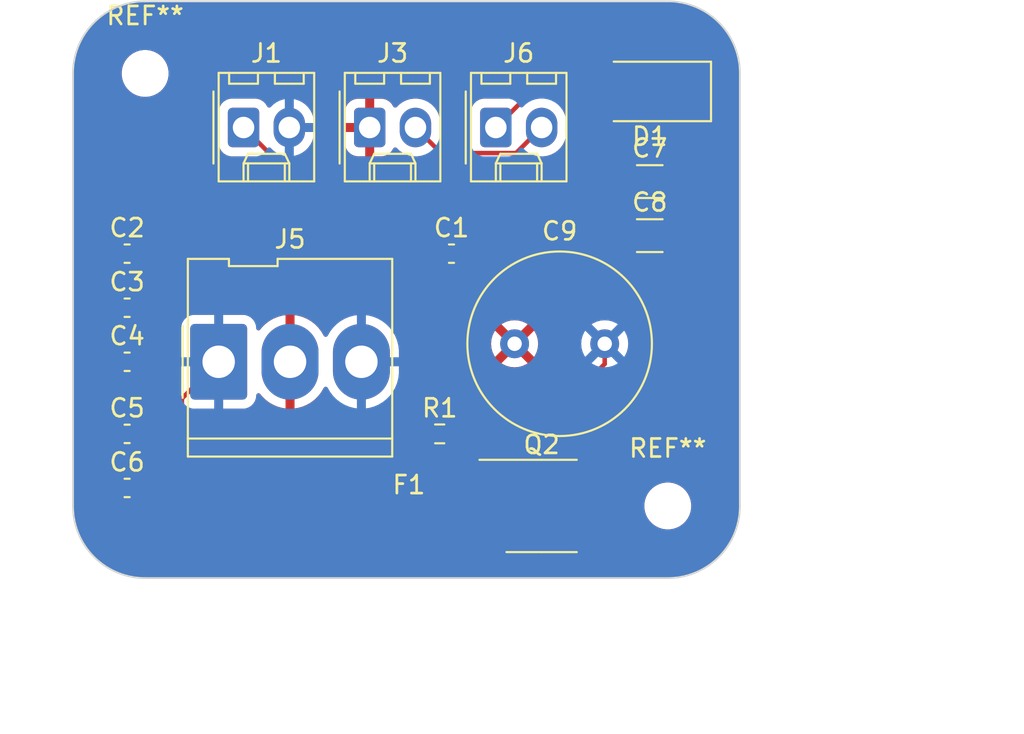
<source format=kicad_pcb>
(kicad_pcb (version 20240108) (generator "pcbnew") (generator_version "8.0")
  (title_block (title "Template") (date "2022-08-16") (rev "0.0") (company "Illini Solar Car") (comment 1 "Designed By: Your Name"))
  (layers (0 "F.Cu" signal) (31 "B.Cu" signal) (34 "B.Paste" user) (35 "F.Paste" user) (36 "B.SilkS" user "B.Silkscreen") (37 "F.SilkS" user "F.Silkscreen") (38 "B.Mask" user) (39 "F.Mask" user) (44 "Edge.Cuts" user))
  (net 0 "")
  (net 1 "Net-(Q2A-G)")
  (net 2 "/HORN_CTL")
  (net 3 "GND")
  (net 4 "+24V")
  (net 5 "/HORN_IN")
  (net 6 "Net-(F1-Pad2)")
  (net 7 "Net-(J3-Pin_2)")
  (footprint "Fuse:Fuse_0402_1005Metric" (layer "F.Cu") (at 137.635 115)
    (property "Reference" "F1" (at 0 -1.17 0) (layer "F.SilkS"))
    (property "Value" "2A")
    (pad "1" smd roundrect (at -0.485 0) (size 0.59 0.64) (layers "F.Cu" "F.Paste" "F.Mask") (net 4 "+24V"))
    (pad "2" smd roundrect (at 0.485 0) (size 0.59 0.64) (layers "F.Cu" "F.Paste" "F.Mask") (net 6 "Net-(F1-Pad2)"))
  )
  (footprint "Connector_Molex:Molex_KK-254_AE-6410-02A_1x02_P2.54mm_Vertical" (layer "F.Cu") (at 135.46 94)
    (property "Reference" "J3" (at 1.27 -4.12 0) (layer "F.SilkS"))
    (property "Value" "Conn_01x02")
    (fp_line (start -1.67 -2) (end -1.67 2) (stroke (width 0.12)) (layer "F.SilkS"))
    (fp_line (start -1.38 -3.03) (end -1.38 2.99) (stroke (width 0.12)) (layer "F.SilkS"))
    (fp_line (start -1.38 2.99) (end 3.92 2.99) (stroke (width 0.12)) (layer "F.SilkS"))
    (fp_line (start -0.8 -3.03) (end -0.8 -2.43) (stroke (width 0.12)) (layer "F.SilkS"))
    (fp_line (start -0.8 -2.43) (end 0.8 -2.43) (stroke (width 0.12)) (layer "F.SilkS"))
    (fp_line (start 0 1.99) (end 0.25 1.46) (stroke (width 0.12)) (layer "F.SilkS"))
    (fp_line (start 0 1.99) (end 2.54 1.99) (stroke (width 0.12)) (layer "F.SilkS"))
    (fp_line (start 0 2.99) (end 0 1.99) (stroke (width 0.12)) (layer "F.SilkS"))
    (fp_line (start 0.25 1.46) (end 2.29 1.46) (stroke (width 0.12)) (layer "F.SilkS"))
    (fp_line (start 0.25 2.99) (end 0.25 1.99) (stroke (width 0.12)) (layer "F.SilkS"))
    (fp_line (start 0.8 -2.43) (end 0.8 -3.03) (stroke (width 0.12)) (layer "F.SilkS"))
    (fp_line (start 1.74 -3.03) (end 1.74 -2.43) (stroke (width 0.12)) (layer "F.SilkS"))
    (fp_line (start 1.74 -2.43) (end 3.34 -2.43) (stroke (width 0.12)) (layer "F.SilkS"))
    (fp_line (start 2.29 1.46) (end 2.54 1.99) (stroke (width 0.12)) (layer "F.SilkS"))
    (fp_line (start 2.29 2.99) (end 2.29 1.99) (stroke (width 0.12)) (layer "F.SilkS"))
    (fp_line (start 2.54 1.99) (end 2.54 2.99) (stroke (width 0.12)) (layer "F.SilkS"))
    (fp_line (start 3.34 -2.43) (end 3.34 -3.03) (stroke (width 0.12)) (layer "F.SilkS"))
    (fp_line (start 3.92 -3.03) (end -1.38 -3.03) (stroke (width 0.12)) (layer "F.SilkS"))
    (fp_line (start 3.92 2.99) (end 3.92 -3.03) (stroke (width 0.12)) (layer "F.SilkS"))
    (pad "1" thru_hole roundrect (at 0 0) (size 1.74 2.19) (drill 1.19) (layers "*.Cu" "*.Mask") (roundrect_rratio 0.143678) (net 4 "+24V"))
    (pad "2" thru_hole oval (at 2.54 0) (size 1.74 2.19) (drill 1.19) (layers "*.Cu" "*.Mask") (net 7 "Net-(J3-Pin_2)"))
  )
  (footprint "Diode_SMD:D_SMA" (layer "F.Cu") (at 151 92 180)
    (property "Reference" "D1" (at 0 -2.5 360) (layer "F.SilkS"))
    (property "Value" "DIODE")
    (fp_line (start -3.4 1.65) (end 2 1.65) (stroke (width 0.12)) (layer "F.SilkS"))
    (fp_line (start -3.4 -1.65) (end 2 -1.65) (stroke (width 0.12)) (layer "F.SilkS"))
    (fp_line (start -3.4 -1.65) (end -3.4 1.65) (stroke (width 0.12)) (layer "F.SilkS"))
    (pad "1" smd rect (at -2 0 180) (size 2.5 1.8) (layers "F.Cu" "F.Paste" "F.Mask") (net 4 "+24V"))
    (pad "2" smd rect (at 2 0 180) (size 2.5 1.8) (layers "F.Cu" "F.Paste" "F.Mask") (net 5 "/HORN_IN"))
  )
  (footprint "MountingHole:MountingHole_2.1mm" (layer "F.Cu") (at 123 91)
    (property "Reference" "REF**" (at 0 -3.2 0) (layer "F.SilkS"))
    (property "Value" "MountingHole_2.1mm")
    (pad "" np_thru_hole circle (at 0 0) (size 2.1 2.1) (drill 2.1) (layers "*.Cu" "*.Mask"))
  )
  (footprint "Connector_Molex:Molex_KK-254_AE-6410-02A_1x02_P2.54mm_Vertical" (layer "F.Cu") (at 142.46 94)
    (property "Reference" "J6" (at 1.27 -4.12 0) (layer "F.SilkS"))
    (property "Value" "Conn_01x02")
    (fp_line (start -1.67 -2) (end -1.67 2) (stroke (width 0.12)) (layer "F.SilkS"))
    (fp_line (start -1.38 -3.03) (end -1.38 2.99) (stroke (width 0.12)) (layer "F.SilkS"))
    (fp_line (start -1.38 2.99) (end 3.92 2.99) (stroke (width 0.12)) (layer "F.SilkS"))
    (fp_line (start -0.8 -3.03) (end -0.8 -2.43) (stroke (width 0.12)) (layer "F.SilkS"))
    (fp_line (start -0.8 -2.43) (end 0.8 -2.43) (stroke (width 0.12)) (layer "F.SilkS"))
    (fp_line (start 0 1.99) (end 0.25 1.46) (stroke (width 0.12)) (layer "F.SilkS"))
    (fp_line (start 0 1.99) (end 2.54 1.99) (stroke (width 0.12)) (layer "F.SilkS"))
    (fp_line (start 0 2.99) (end 0 1.99) (stroke (width 0.12)) (layer "F.SilkS"))
    (fp_line (start 0.25 1.46) (end 2.29 1.46) (stroke (width 0.12)) (layer "F.SilkS"))
    (fp_line (start 0.25 2.99) (end 0.25 1.99) (stroke (width 0.12)) (layer "F.SilkS"))
    (fp_line (start 0.8 -2.43) (end 0.8 -3.03) (stroke (width 0.12)) (layer "F.SilkS"))
    (fp_line (start 1.74 -3.03) (end 1.74 -2.43) (stroke (width 0.12)) (layer "F.SilkS"))
    (fp_line (start 1.74 -2.43) (end 3.34 -2.43) (stroke (width 0.12)) (layer "F.SilkS"))
    (fp_line (start 2.29 1.46) (end 2.54 1.99) (stroke (width 0.12)) (layer "F.SilkS"))
    (fp_line (start 2.29 2.99) (end 2.29 1.99) (stroke (width 0.12)) (layer "F.SilkS"))
    (fp_line (start 2.54 1.99) (end 2.54 2.99) (stroke (width 0.12)) (layer "F.SilkS"))
    (fp_line (start 3.34 -2.43) (end 3.34 -3.03) (stroke (width 0.12)) (layer "F.SilkS"))
    (fp_line (start 3.92 -3.03) (end -1.38 -3.03) (stroke (width 0.12)) (layer "F.SilkS"))
    (fp_line (start 3.92 2.99) (end 3.92 -3.03) (stroke (width 0.12)) (layer "F.SilkS"))
    (pad "1" thru_hole roundrect (at 0 0) (size 1.74 2.19) (drill 1.19) (layers "*.Cu" "*.Mask") (roundrect_rratio 0.143678) (net 5 "/HORN_IN"))
    (pad "2" thru_hole oval (at 2.54 0) (size 1.74 2.19) (drill 1.19) (layers "*.Cu" "*.Mask") (net 7 "Net-(J3-Pin_2)"))
  )
  (footprint "Capacitor_SMD:C_1206_3216Metric" (layer "F.Cu") (at 151 97)
    (property "Reference" "C7" (at 0 -1.85 0) (layer "F.SilkS"))
    (property "Value" "10uF")
    (fp_line (start -0.711252 -0.91) (end 0.711252 -0.91) (stroke (width 0.12)) (layer "F.SilkS"))
    (fp_line (start -0.711252 0.91) (end 0.711252 0.91) (stroke (width 0.12)) (layer "F.SilkS"))
    (pad "1" smd roundrect (at -1.475 0) (size 1.15 1.8) (layers "F.Cu" "F.Paste" "F.Mask") (roundrect_rratio 0.217391) (net 3 "GND"))
    (pad "2" smd roundrect (at 1.475 0) (size 1.15 1.8) (layers "F.Cu" "F.Paste" "F.Mask") (roundrect_rratio 0.217391) (net 4 "+24V"))
  )
  (footprint "Capacitor_SMD:C_0603_1608Metric" (layer "F.Cu") (at 122 114)
    (property "Reference" "C6" (at 0 -1.43 0) (layer "F.SilkS"))
    (property "Value" "1uF")
    (fp_line (start -0.14058 -0.51) (end 0.14058 -0.51) (stroke (width 0.12)) (layer "F.SilkS"))
    (fp_line (start -0.14058 0.51) (end 0.14058 0.51) (stroke (width 0.12)) (layer "F.SilkS"))
    (pad "1" smd roundrect (at -0.775 0) (size 0.9 0.95) (layers "F.Cu" "F.Paste" "F.Mask") (net 3 "GND"))
    (pad "2" smd roundrect (at 0.775 0) (size 0.9 0.95) (layers "F.Cu" "F.Paste" "F.Mask") (net 4 "+24V"))
  )
  (footprint "Capacitor_SMD:C_0603_1608Metric" (layer "F.Cu") (at 122 101)
    (property "Reference" "C2" (at 0 -1.43 0) (layer "F.SilkS"))
    (property "Value" "0.1uF")
    (fp_line (start -0.14058 -0.51) (end 0.14058 -0.51) (stroke (width 0.12)) (layer "F.SilkS"))
    (fp_line (start -0.14058 0.51) (end 0.14058 0.51) (stroke (width 0.12)) (layer "F.SilkS"))
    (pad "1" smd roundrect (at -0.775 0) (size 0.9 0.95) (layers "F.Cu" "F.Paste" "F.Mask") (net 3 "GND"))
    (pad "2" smd roundrect (at 0.775 0) (size 0.9 0.95) (layers "F.Cu" "F.Paste" "F.Mask") (net 4 "+24V"))
  )
  (footprint "Connector_Molex:Molex_KK-396_5273-03A_1x03_P3.96mm_Vertical" (layer "F.Cu") (at 127.08 107)
    (property "Reference" "J5" (at 3.96 -6.8 0) (layer "F.SilkS"))
    (property "Value" "Conn_01x03")
    (fp_line (start -2 -2) (end -2 2) (stroke (width 0.12)) (layer "F.SilkS"))
    (fp_line (start -1.71 -5.71) (end 0.57 -5.71) (stroke (width 0.12)) (layer "F.SilkS"))
    (fp_line (start -1.71 4.26) (end -1.71 -5.71) (stroke (width 0.12)) (layer "F.SilkS"))
    (fp_line (start -1.71 4.26) (end 9.63 4.26) (stroke (width 0.12)) (layer "F.SilkS"))
    (fp_line (start -1.71 5.26) (end -1.71 4.26) (stroke (width 0.12)) (layer "F.SilkS"))
    (fp_line (start 0.57 -5.71) (end 0.57 -5.31) (stroke (width 0.12)) (layer "F.SilkS"))
    (fp_line (start 0.57 -5.31) (end 3.27 -5.31) (stroke (width 0.12)) (layer "F.SilkS"))
    (fp_line (start 3.27 -5.71) (end 9.63 -5.71) (stroke (width 0.12)) (layer "F.SilkS"))
    (fp_line (start 3.27 -5.31) (end 3.27 -5.71) (stroke (width 0.12)) (layer "F.SilkS"))
    (fp_line (start 9.63 -5.71) (end 9.63 5.26) (stroke (width 0.12)) (layer "F.SilkS"))
    (fp_line (start 9.63 5.26) (end -1.71 5.26) (stroke (width 0.12)) (layer "F.SilkS"))
    (pad "1" thru_hole roundrect (at 0 0) (size 3.16 4.2) (drill 1.8) (layers "*.Cu" "*.Mask") (roundrect_rratio 0.079114) (net 3 "GND"))
    (pad "2" thru_hole oval (at 3.96 0) (size 3.16 4.2) (drill 1.8) (layers "*.Cu" "*.Mask") (net 4 "+24V"))
    (pad "3" thru_hole oval (at 7.92 0) (size 3.16 4.2) (drill 1.8) (layers "*.Cu" "*.Mask") (net 3 "GND"))
  )
  (footprint "Capacitor_SMD:C_0603_1608Metric" (layer "F.Cu") (at 122 107)
    (property "Reference" "C4" (at 0 -1.43 0) (layer "F.SilkS"))
    (property "Value" "0.1uF")
    (fp_line (start -0.14058 -0.51) (end 0.14058 -0.51) (stroke (width 0.12)) (layer "F.SilkS"))
    (fp_line (start -0.14058 0.51) (end 0.14058 0.51) (stroke (width 0.12)) (layer "F.SilkS"))
    (pad "1" smd roundrect (at -0.775 0) (size 0.9 0.95) (layers "F.Cu" "F.Paste" "F.Mask") (net 3 "GND"))
    (pad "2" smd roundrect (at 0.775 0) (size 0.9 0.95) (layers "F.Cu" "F.Paste" "F.Mask") (net 4 "+24V"))
  )
  (footprint "Capacitor_SMD:C_0603_1608Metric" (layer "F.Cu") (at 122 111)
    (property "Reference" "C5" (at 0 -1.43 0) (layer "F.SilkS"))
    (property "Value" "1uF")
    (fp_line (start -0.14058 -0.51) (end 0.14058 -0.51) (stroke (width 0.12)) (layer "F.SilkS"))
    (fp_line (start -0.14058 0.51) (end 0.14058 0.51) (stroke (width 0.12)) (layer "F.SilkS"))
    (pad "1" smd roundrect (at -0.775 0) (size 0.9 0.95) (layers "F.Cu" "F.Paste" "F.Mask") (net 3 "GND"))
    (pad "2" smd roundrect (at 0.775 0) (size 0.9 0.95) (layers "F.Cu" "F.Paste" "F.Mask") (net 4 "+24V"))
  )
  (footprint "Capacitor_THT:C_Radial_D10.0mm_H20.0mm_P5.00mm" (layer "F.Cu") (at 143.5 106)
    (property "Reference" "C9" (at 2.5 -6.25 0) (layer "F.SilkS"))
    (property "Value" "100uF")
    (fp_circle (center 2.5 0) (end 7.62 0) (stroke (width 0.12)) (fill none) (layer "F.SilkS"))
    (pad "1" thru_hole circle (at 0 0) (size 1.6 1.6) (drill 0.8) (layers "*.Cu" "*.Mask") (net 4 "+24V"))
    (pad "2" thru_hole circle (at 5 0) (size 1.6 1.6) (drill 0.8) (layers "*.Cu" "*.Mask") (net 3 "GND"))
  )
  (footprint "Capacitor_SMD:C_0603_1608Metric" (layer "F.Cu") (at 140 101)
    (property "Reference" "C1" (at 0 -1.43 0) (layer "F.SilkS"))
    (property "Value" "0.1uF")
    (fp_line (start -0.14058 -0.51) (end 0.14058 -0.51) (stroke (width 0.12)) (layer "F.SilkS"))
    (fp_line (start -0.14058 0.51) (end 0.14058 0.51) (stroke (width 0.12)) (layer "F.SilkS"))
    (pad "1" smd roundrect (at -0.775 0) (size 0.9 0.95) (layers "F.Cu" "F.Paste" "F.Mask") (net 2 "/HORN_CTL"))
    (pad "2" smd roundrect (at 0.775 0) (size 0.9 0.95) (layers "F.Cu" "F.Paste" "F.Mask") (net 1 "Net-(Q2A-G)"))
  )
  (footprint "Package_SO:SOIC-8_3.9x4.9mm_P1.27mm" (layer "F.Cu") (at 145 115)
    (property "Reference" "Q2" (at 0 -3.4 0) (layer "F.SilkS"))
    (property "Value" "IRF7343PBF")
    (fp_line (start 0 -2.56) (end -3.45 -2.56) (stroke (width 0.12)) (layer "F.SilkS"))
    (fp_line (start 0 -2.56) (end 1.95 -2.56) (stroke (width 0.12)) (layer "F.SilkS"))
    (fp_line (start 0 2.56) (end -1.95 2.56) (stroke (width 0.12)) (layer "F.SilkS"))
    (fp_line (start 0 2.56) (end 1.95 2.56) (stroke (width 0.12)) (layer "F.SilkS"))
    (pad "1" smd roundrect (at -2.475 -1.905) (size 1.95 0.6) (layers "F.Cu" "F.Paste" "F.Mask") (net 3 "GND"))
    (pad "2" smd roundrect (at -2.475 -0.635) (size 1.95 0.6) (layers "F.Cu" "F.Paste" "F.Mask") (net 1 "Net-(Q2A-G)"))
    (pad "3" smd roundrect (at -2.475 0.635) (size 1.95 0.6) (layers "F.Cu" "F.Paste" "F.Mask"))
    (pad "4" smd roundrect (at -2.475 1.905) (size 1.95 0.6) (layers "F.Cu" "F.Paste" "F.Mask"))
    (pad "5" smd roundrect (at 2.475 1.905) (size 1.95 0.6) (layers "F.Cu" "F.Paste" "F.Mask"))
    (pad "6" smd roundrect (at 2.475 0.635) (size 1.95 0.6) (layers "F.Cu" "F.Paste" "F.Mask"))
    (pad "7" smd roundrect (at 2.475 -0.635) (size 1.95 0.6) (layers "F.Cu" "F.Paste" "F.Mask") (net 6 "Net-(F1-Pad2)"))
    (pad "8" smd roundrect (at 2.475 -1.905) (size 1.95 0.6) (layers "F.Cu" "F.Paste" "F.Mask") (net 6 "Net-(F1-Pad2)"))
  )
  (footprint "Connector_Molex:Molex_KK-254_AE-6410-02A_1x02_P2.54mm_Vertical" (layer "F.Cu") (at 128.46 94)
    (property "Reference" "J1" (at 1.27 -4.12 0) (layer "F.SilkS"))
    (property "Value" "Conn_01x02")
    (fp_line (start -1.67 -2) (end -1.67 2) (stroke (width 0.12)) (layer "F.SilkS"))
    (fp_line (start -1.38 -3.03) (end -1.38 2.99) (stroke (width 0.12)) (layer "F.SilkS"))
    (fp_line (start -1.38 2.99) (end 3.92 2.99) (stroke (width 0.12)) (layer "F.SilkS"))
    (fp_line (start -0.8 -3.03) (end -0.8 -2.43) (stroke (width 0.12)) (layer "F.SilkS"))
    (fp_line (start -0.8 -2.43) (end 0.8 -2.43) (stroke (width 0.12)) (layer "F.SilkS"))
    (fp_line (start 0 1.99) (end 0.25 1.46) (stroke (width 0.12)) (layer "F.SilkS"))
    (fp_line (start 0 1.99) (end 2.54 1.99) (stroke (width 0.12)) (layer "F.SilkS"))
    (fp_line (start 0 2.99) (end 0 1.99) (stroke (width 0.12)) (layer "F.SilkS"))
    (fp_line (start 0.25 1.46) (end 2.29 1.46) (stroke (width 0.12)) (layer "F.SilkS"))
    (fp_line (start 0.25 2.99) (end 0.25 1.99) (stroke (width 0.12)) (layer "F.SilkS"))
    (fp_line (start 0.8 -2.43) (end 0.8 -3.03) (stroke (width 0.12)) (layer "F.SilkS"))
    (fp_line (start 1.74 -3.03) (end 1.74 -2.43) (stroke (width 0.12)) (layer "F.SilkS"))
    (fp_line (start 1.74 -2.43) (end 3.34 -2.43) (stroke (width 0.12)) (layer "F.SilkS"))
    (fp_line (start 2.29 1.46) (end 2.54 1.99) (stroke (width 0.12)) (layer "F.SilkS"))
    (fp_line (start 2.29 2.99) (end 2.29 1.99) (stroke (width 0.12)) (layer "F.SilkS"))
    (fp_line (start 2.54 1.99) (end 2.54 2.99) (stroke (width 0.12)) (layer "F.SilkS"))
    (fp_line (start 3.34 -2.43) (end 3.34 -3.03) (stroke (width 0.12)) (layer "F.SilkS"))
    (fp_line (start 3.92 -3.03) (end -1.38 -3.03) (stroke (width 0.12)) (layer "F.SilkS"))
    (fp_line (start 3.92 2.99) (end 3.92 -3.03) (stroke (width 0.12)) (layer "F.SilkS"))
    (pad "1" thru_hole roundrect (at 0 0) (size 1.74 2.19) (drill 1.19) (layers "*.Cu" "*.Mask") (roundrect_rratio 0.143678) (net 2 "/HORN_CTL"))
    (pad "2" thru_hole oval (at 2.54 0) (size 1.74 2.19) (drill 1.19) (layers "*.Cu" "*.Mask") (net 3 "GND"))
  )
  (footprint "Capacitor_SMD:C_1206_3216Metric" (layer "F.Cu") (at 151 100)
    (property "Reference" "C8" (at 0 -1.85 0) (layer "F.SilkS"))
    (property "Value" "10uF")
    (fp_line (start -0.711252 -0.91) (end 0.711252 -0.91) (stroke (width 0.12)) (layer "F.SilkS"))
    (fp_line (start -0.711252 0.91) (end 0.711252 0.91) (stroke (width 0.12)) (layer "F.SilkS"))
    (pad "1" smd roundrect (at -1.475 0) (size 1.15 1.8) (layers "F.Cu" "F.Paste" "F.Mask") (roundrect_rratio 0.217391) (net 3 "GND"))
    (pad "2" smd roundrect (at 1.475 0) (size 1.15 1.8) (layers "F.Cu" "F.Paste" "F.Mask") (roundrect_rratio 0.217391) (net 4 "+24V"))
  )
  (footprint "Capacitor_SMD:C_0603_1608Metric" (layer "F.Cu") (at 122 104)
    (property "Reference" "C3" (at 0 -1.43 0) (layer "F.SilkS"))
    (property "Value" "0.1uF")
    (fp_line (start -0.14058 -0.51) (end 0.14058 -0.51) (stroke (width 0.12)) (layer "F.SilkS"))
    (fp_line (start -0.14058 0.51) (end 0.14058 0.51) (stroke (width 0.12)) (layer "F.SilkS"))
    (pad "1" smd roundrect (at -0.775 0) (size 0.9 0.95) (layers "F.Cu" "F.Paste" "F.Mask") (net 3 "GND"))
    (pad "2" smd roundrect (at 0.775 0) (size 0.9 0.95) (layers "F.Cu" "F.Paste" "F.Mask") (net 4 "+24V"))
  )
  (footprint "MountingHole:MountingHole_2.1mm" (layer "F.Cu") (at 152 115)
    (property "Reference" "REF**" (at 0 -3.2 0) (layer "F.SilkS"))
    (property "Value" "MountingHole_2.1mm")
    (pad "" np_thru_hole circle (at 0 0) (size 2.1 2.1) (drill 2.1) (layers "*.Cu" "*.Mask"))
  )
  (footprint "Resistor_SMD:R_0603_1608Metric_Pad0.98x0.95mm_HandSolder" (layer "F.Cu") (at 139.345 111)
    (property "Reference" "R1" (at 0 -1.43 0) (layer "F.SilkS"))
    (property "Value" "1k")
    (fp_line (start -0.254724 -0.5225) (end 0.254724 -0.5225) (stroke (width 0.12)) (layer "F.SilkS"))
    (fp_line (start -0.254724 0.5225) (end 0.254724 0.5225) (stroke (width 0.12)) (layer "F.SilkS"))
    (pad "1" smd roundrect (at -0.9125 0) (size 0.975 0.95) (layers "F.Cu" "F.Paste" "F.Mask") (net 2 "/HORN_CTL"))
    (pad "2" smd roundrect (at 0.9125 0) (size 0.975 0.95) (layers "F.Cu" "F.Paste" "F.Mask") (net 1 "Net-(Q2A-G)"))
  )
  (gr_line (start 152 87) (end 123 87) (stroke (width 0.1)) (layer "Edge.Cuts"))
  (gr_arc (start 152 87) (mid 154.828427 88.171573) (end 156 91) (stroke (width 0.1)) (layer "Edge.Cuts"))
  (gr_line (start 156 115) (end 156 91) (stroke (width 0.1)) (layer "Edge.Cuts"))
  (gr_arc (start 156 115) (mid 154.828427 117.828427) (end 152 119) (stroke (width 0.1)) (layer "Edge.Cuts"))
  (gr_arc (start 119 91) (mid 120.171573 88.171573) (end 123 87) (stroke (width 0.1)) (layer "Edge.Cuts"))
  (gr_line (start 123 119) (end 152 119) (stroke (width 0.1)) (layer "Edge.Cuts"))
  (gr_line (start 119 91) (end 119 115) (stroke (width 0.1)) (layer "Edge.Cuts"))
  (gr_arc (start 123 119) (mid 120.171573 117.828427) (end 119 115) (stroke (width 0.1)) (layer "Edge.Cuts"))
  (segment (start 142.144092 114.365) (end 142.525 114.365) (width 0.25) (layer "F.Cu") (net 1))
  (segment (start 139.665 111.885908) (end 142.144092 114.365) (width 0.25) (layer "F.Cu") (net 1))
  (segment (start 139.665 111) (end 139.665 111.885908) (width 0.25) (layer "F.Cu") (net 1))
  (segment (start 139.665 102.11) (end 140.775 101) (width 0.25) (layer "F.Cu") (net 1))
  (segment (start 139.665 111) (end 139.665 102.11) (width 0.25) (layer "F.Cu") (net 1))
  (segment (start 128.46 94) (end 128.225 94) (width 0.25) (layer "F.Cu") (net 2))
  (segment (start 139.025 111) (end 139.025 101.2) (width 0.25) (layer "F.Cu") (net 2))
  (segment (start 139.225 101) (end 138 101) (width 0.25) (layer "F.Cu") (net 2))
  (segment (start 138 101) (end 137 100) (width 0.25) (layer "F.Cu") (net 2))
  (segment (start 137 100) (end 134.46 100) (width 0.25) (layer "F.Cu") (net 2))
  (segment (start 134.46 100) (end 128.46 94) (width 0.25) (layer "F.Cu") (net 2))
  (segment (start 139.025 101.2) (end 139.225 101) (width 0.25) (layer "F.Cu") (net 2))
  (segment (start 125.04 109.04) (end 125.04 112.994052) (width 0.25) (layer "F.Cu") (net 3))
  (segment (start 121.225 111) (end 121.225 114) (width 0.25) (layer "F.Cu") (net 3))
  (segment (start 142.525 113.095) (end 148.5 107.12) (width 0.25) (layer "F.Cu") (net 3))
  (segment (start 149.525 104.975) (end 148.5 106) (width 0.25) (layer "F.Cu") (net 3))
  (segment (start 149.525 96.495) (end 149.525 104.975) (width 0.25) (layer "F.Cu") (net 3))
  (segment (start 121.225 101) (end 121.225 104) (width 0.25) (layer "F.Cu") (net 3))
  (segment (start 122.225 115) (end 121.225 114) (width 0.25) (layer "F.Cu") (net 3))
  (segment (start 121.225 107) (end 121.225 111) (width 0.25) (layer "F.Cu") (net 3))
  (segment (start 125.04 112.994052) (end 123.034052 115) (width 0.25) (layer "F.Cu") (net 3))
  (segment (start 148.5 107.12) (end 148.5 106) (width 0.25) (layer "F.Cu") (net 3))
  (segment (start 121.225 104) (end 121.225 107) (width 0.25) (layer "F.Cu") (net 3))
  (segment (start 121.225 107) (end 121.225 113.709052) (width 0.25) (layer "F.Cu") (net 3))
  (segment (start 125.04 109.04) (end 127.08 107) (width 0.25) (layer "F.Cu") (net 3))
  (segment (start 125 109.08) (end 125.04 109.04) (width 0.25) (layer "F.Cu") (net 3))
  (segment (start 123.034052 115) (end 122.225 115) (width 0.25) (layer "F.Cu") (net 3))
  (segment (start 122.775 104) (end 122.775 101) (width 0.25) (layer "F.Cu") (net 4))
  (segment (start 122.775 114) (end 122.775 111) (width 0.25) (layer "F.Cu") (net 4))
  (segment (start 122.775 111) (end 122.775 107) (width 0.25) (layer "F.Cu") (net 4))
  (segment (start 122.775 107) (end 122.775 104) (width 0.25) (layer "F.Cu") (net 4))
  (segment (start 144.46 92) (end 149 92) (width 0.25) (layer "F.Cu") (net 5))
  (segment (start 142.46 94) (end 144.46 92) (width 0.25) (layer "F.Cu") (net 5))
  (segment (start 138.12 115) (end 146.84 115) (width 0.25) (layer "F.Cu") (net 6))
  (segment (start 146.84 115) (end 147.475 114.365) (width 0.25) (layer "F.Cu") (net 6))
  (segment (start 147.475 113.095) (end 147.475 114.365) (width 0.25) (layer "F.Cu") (net 6))
  (segment (start 138 94) (end 139.42 95.42) (width 0.25) (layer "F.Cu") (net 7))
  (segment (start 143.58 95.42) (end 145 94) (width 0.25) (layer "F.Cu") (net 7))
  (segment (start 139.42 95.42) (end 143.58 95.42) (width 0.25) (layer "F.Cu") (net 7))
  (zone (net 4) (net_name "+24V") (layer "F.Cu") (priority 1) (connect_pads (clearance 0.508)) (min_thickness 0.25) (fill yes (thermal_gap 0.5) (thermal_bridge_width 0.5))
    (polygon (pts (xy 119 87) (xy 156 87) (xy 156 119) (xy 119 119)))
  )
  (zone (net 3) (net_name "GND") (layer "B.Cu") (connect_pads (clearance 0.508)) (min_thickness 0.25) (fill yes (thermal_gap 0.5) (thermal_bridge_width 0.5))
    (polygon (pts (xy 119 87) (xy 156 87) (xy 156 119) (xy 119 119)))
  )
)
</source>
